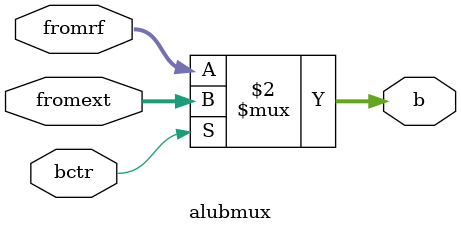
<source format=v>
`timescale 1ns / 1ps
module wamux(
	input[1:0] wactr,
	input [4:0] rd,
	input [4:0] rt,
	output [4:0] regaddr
    );
	assign regaddr = (wactr==2'b00)?rd:
						  (wactr==2'b01)?rt:
						  (wactr==2'b10)?5'h1f:5'b0;

endmodule

module wdmux(
	input [1:0] wdctr,
	input [31:0] fromalu,
	input [31:0] fromdm,
	input [31:0] fromifu,
	output [31:0] regdata
	);
	assign regdata = (wdctr==2'b00)?fromalu:
						  (wdctr==2'b01)?fromdm:
						  (wdctr==2'b10)?fromifu:0;


endmodule

module alubmux(
	input bctr,
	input [31:0] fromrf,
	input [31:0] fromext,
	output [31:0] b
	);
	assign b = (bctr==0)?fromrf:fromext;
	
endmodule


</source>
